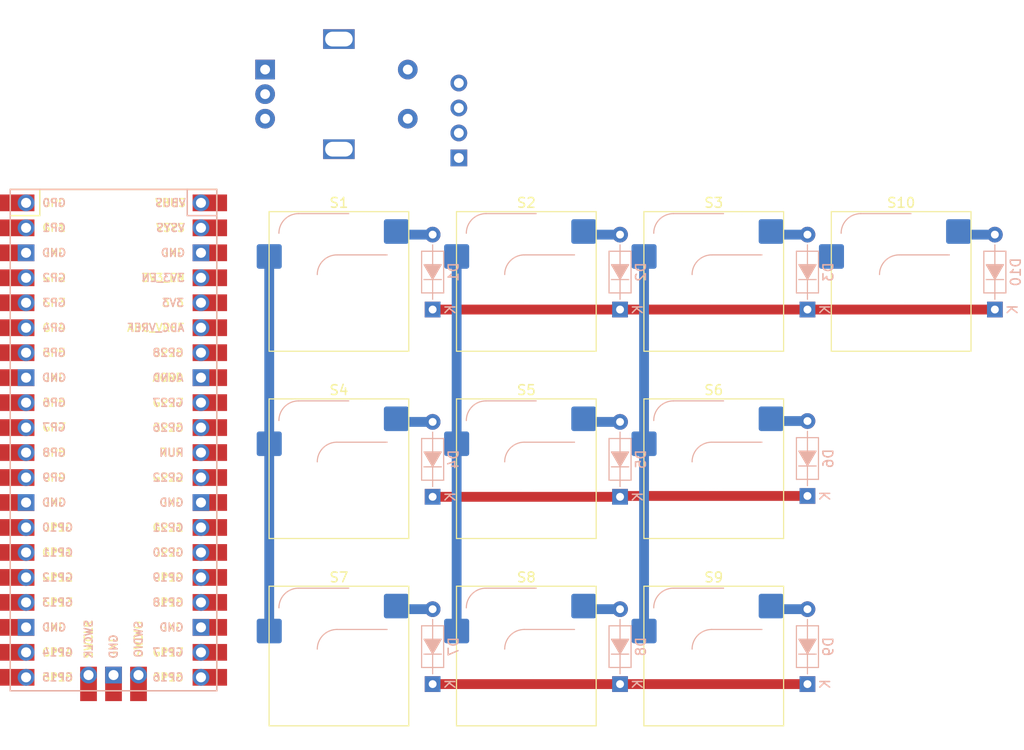
<source format=kicad_pcb>
(kicad_pcb (version 20241229) (generator "pcbnew") (generator_version "9.0")
  (layers (0 "F.Cu" signal) (2 "B.Cu" signal) (13 "F.Paste" user) (15 "B.Paste" user) (5 "F.SilkS" user "F.Silkscreen") (7 "B.SilkS" user "B.Silkscreen") (1 "F.Mask" user) (3 "B.Mask" user) (25 "Edge.Cuts" user))
  (net 0 "")
  (net 1 "/ROW0")
  (net 2 "Net-(D1-A)")
  (net 3 "Net-(D2-A)")
  (net 4 "Net-(D3-A)")
  (net 5 "Net-(D4-A)")
  (net 6 "/ROW1")
  (net 7 "Net-(D5-A)")
  (net 8 "Net-(D6-A)")
  (net 9 "/ROW2")
  (net 10 "Net-(D7-A)")
  (net 11 "Net-(D8-A)")
  (net 12 "Net-(D9-A)")
  (net 13 "Net-(D10-A)")
  (net 14 "/SCL")
  (net 15 "GND")
  (net 16 "/SDA")
  (net 17 "+3.3V")
  (net 18 "/COL0")
  (net 19 "/COL1")
  (net 20 "/COL2")
  (net 21 "/COL3")
  (net 22 "/ENC_B")
  (net 23 "/ENC_A")
  (net 24 "/ENC_SW")
  (footprint "ScottoKeebs_Hotswap:Hotswap_MX_1.00u" (layer "F.Cu") (at 61.9125 42.8625)
    (property "Reference" "S1" (at 0 -8 0) (layer "F.SilkS"))
    (property "Value" "Keyswitch")
    (pad "" np_thru_hole circle (at -5.08 0) (size 1.75 1.75) (drill 1.75) (layers "*.Cu" "*.Mask"))
    (pad "" np_thru_hole circle (at -3.81 -2.54) (size 3.05 3.05) (drill 3.05) (layers "*.Cu" "*.Mask"))
    (pad "" np_thru_hole circle (at 0 0) (size 4 4) (drill 4) (layers "*.Cu" "*.Mask"))
    (pad "" np_thru_hole circle (at 2.54 -5.08) (size 3.05 3.05) (drill 3.05) (layers "*.Cu" "*.Mask"))
    (pad "" np_thru_hole circle (at 5.08 0) (size 1.75 1.75) (drill 1.75) (layers "*.Cu" "*.Mask"))
    (pad "1" smd roundrect (at -7.085 -2.54) (size 2.55 2.5) (layers "B.Cu" "B.Mask" "B.Paste") (roundrect_rratio 0.1) (net 18 "/COL0"))
    (pad "2" smd roundrect (at 5.842 -5.08) (size 2.55 2.5) (layers "B.Cu" "B.Mask" "B.Paste") (roundrect_rratio 0.1) (net 2 "Net-(D1-A)"))
  )
  (footprint "ScottoKeebs_Hotswap:Hotswap_MX_1.00u" (layer "F.Cu") (at 80.9625 61.9125)
    (property "Reference" "S5" (at 0 -8 0) (layer "F.SilkS"))
    (property "Value" "Keyswitch")
    (pad "" np_thru_hole circle (at -5.08 0) (size 1.75 1.75) (drill 1.75) (layers "*.Cu" "*.Mask"))
    (pad "" np_thru_hole circle (at -3.81 -2.54) (size 3.05 3.05) (drill 3.05) (layers "*.Cu" "*.Mask"))
    (pad "" np_thru_hole circle (at 0 0) (size 4 4) (drill 4) (layers "*.Cu" "*.Mask"))
    (pad "" np_thru_hole circle (at 2.54 -5.08) (size 3.05 3.05) (drill 3.05) (layers "*.Cu" "*.Mask"))
    (pad "" np_thru_hole circle (at 5.08 0) (size 1.75 1.75) (drill 1.75) (layers "*.Cu" "*.Mask"))
    (pad "1" smd roundrect (at -7.085 -2.54) (size 2.55 2.5) (layers "B.Cu" "B.Mask" "B.Paste") (roundrect_rratio 0.1) (net 19 "/COL1"))
    (pad "2" smd roundrect (at 5.842 -5.08) (size 2.55 2.5) (layers "B.Cu" "B.Mask" "B.Paste") (roundrect_rratio 0.1) (net 7 "Net-(D5-A)"))
  )
  (footprint "ScottoKeebs_Hotswap:Hotswap_MX_1.00u" (layer "F.Cu") (at 61.9125 80.9625)
    (property "Reference" "S7" (at 0 -8 0) (layer "F.SilkS"))
    (property "Value" "Keyswitch")
    (pad "" np_thru_hole circle (at -5.08 0) (size 1.75 1.75) (drill 1.75) (layers "*.Cu" "*.Mask"))
    (pad "" np_thru_hole circle (at -3.81 -2.54) (size 3.05 3.05) (drill 3.05) (layers "*.Cu" "*.Mask"))
    (pad "" np_thru_hole circle (at 0 0) (size 4 4) (drill 4) (layers "*.Cu" "*.Mask"))
    (pad "" np_thru_hole circle (at 2.54 -5.08) (size 3.05 3.05) (drill 3.05) (layers "*.Cu" "*.Mask"))
    (pad "" np_thru_hole circle (at 5.08 0) (size 1.75 1.75) (drill 1.75) (layers "*.Cu" "*.Mask"))
    (pad "1" smd roundrect (at -7.085 -2.54) (size 2.55 2.5) (layers "B.Cu" "B.Mask" "B.Paste") (roundrect_rratio 0.1) (net 18 "/COL0"))
    (pad "2" smd roundrect (at 5.842 -5.08) (size 2.55 2.5) (layers "B.Cu" "B.Mask" "B.Paste") (roundrect_rratio 0.1) (net 10 "Net-(D7-A)"))
  )
  (footprint "ScottoKeebs_Scotto:Encoder_EC11_MX" (layer "F.Cu") (at 61.91 23.81)
    (property "Reference" "SW1" (hide yes))
    (property "Value" "RotaryEncoder_Switch" (hide yes))
    (pad "A" thru_hole rect (at -7.5 -2.5) (size 2 2) (drill 1) (layers "*.Cu" "*.Mask") (net 23 "/ENC_A"))
    (pad "B" thru_hole circle (at -7.5 2.5) (size 2 2) (drill 1) (layers "*.Cu" "*.Mask") (net 22 "/ENC_B"))
    (pad "C" thru_hole circle (at -7.5 0) (size 2 2) (drill 1) (layers "*.Cu" "*.Mask") (net 15 "GND"))
    (pad "MP" thru_hole rect (at 0 -5.6) (size 3.2 2) (drill oval 2.8 1.5) (layers "*.Cu" "*.Mask"))
    (pad "MP" thru_hole rect (at 0 5.6) (size 3.2 2) (drill oval 2.8 1.5) (layers "*.Cu" "*.Mask"))
    (pad "S1" thru_hole circle (at 7 2.5) (size 2 2) (drill 1) (layers "*.Cu" "*.Mask") (net 24 "/ENC_SW"))
    (pad "S2" thru_hole circle (at 7 -2.5) (size 2 2) (drill 1) (layers "*.Cu" "*.Mask") (net 15 "GND"))
  )
  (footprint "ScottoKeebs_Hotswap:Hotswap_MX_1.00u" (layer "F.Cu") (at 61.9125 61.9125)
    (property "Reference" "S4" (at 0 -8 0) (layer "F.SilkS"))
    (property "Value" "Keyswitch")
    (pad "" np_thru_hole circle (at -5.08 0) (size 1.75 1.75) (drill 1.75) (layers "*.Cu" "*.Mask"))
    (pad "" np_thru_hole circle (at -3.81 -2.54) (size 3.05 3.05) (drill 3.05) (layers "*.Cu" "*.Mask"))
    (pad "" np_thru_hole circle (at 0 0) (size 4 4) (drill 4) (layers "*.Cu" "*.Mask"))
    (pad "" np_thru_hole circle (at 2.54 -5.08) (size 3.05 3.05) (drill 3.05) (layers "*.Cu" "*.Mask"))
    (pad "" np_thru_hole circle (at 5.08 0) (size 1.75 1.75) (drill 1.75) (layers "*.Cu" "*.Mask"))
    (pad "1" smd roundrect (at -7.085 -2.54) (size 2.55 2.5) (layers "B.Cu" "B.Mask" "B.Paste") (roundrect_rratio 0.1) (net 18 "/COL0"))
    (pad "2" smd roundrect (at 5.842 -5.08) (size 2.55 2.5) (layers "B.Cu" "B.Mask" "B.Paste") (roundrect_rratio 0.1) (net 5 "Net-(D4-A)"))
  )
  (footprint "ScottoKeebs_Hotswap:Hotswap_MX_1.00u" (layer "F.Cu") (at 80.9625 80.9625)
    (property "Reference" "S8" (at 0 -8 0) (layer "F.SilkS"))
    (property "Value" "Keyswitch")
    (pad "" np_thru_hole circle (at -5.08 0) (size 1.75 1.75) (drill 1.75) (layers "*.Cu" "*.Mask"))
    (pad "" np_thru_hole circle (at -3.81 -2.54) (size 3.05 3.05) (drill 3.05) (layers "*.Cu" "*.Mask"))
    (pad "" np_thru_hole circle (at 0 0) (size 4 4) (drill 4) (layers "*.Cu" "*.Mask"))
    (pad "" np_thru_hole circle (at 2.54 -5.08) (size 3.05 3.05) (drill 3.05) (layers "*.Cu" "*.Mask"))
    (pad "" np_thru_hole circle (at 5.08 0) (size 1.75 1.75) (drill 1.75) (layers "*.Cu" "*.Mask"))
    (pad "1" smd roundrect (at -7.085 -2.54) (size 2.55 2.5) (layers "B.Cu" "B.Mask" "B.Paste") (roundrect_rratio 0.1) (net 19 "/COL1"))
    (pad "2" smd roundrect (at 5.842 -5.08) (size 2.55 2.5) (layers "B.Cu" "B.Mask" "B.Paste") (roundrect_rratio 0.1) (net 11 "Net-(D8-A)"))
  )
  (footprint "ScottoKeebs_MCU:Raspberry_Pi_Pico" (layer "F.Cu") (at 39 59)
    (property "Reference" "U1" (hide yes))
    (property "Value" "Raspberry_Pi_Pico" (hide yes))
    (fp_text user "GP5" (at -6.04 -8.89 0) (layer "F.SilkS") (effects (font (size 0.8 0.8))))
    (fp_text user "GP6" (at -6.04 -3.81 0) (layer "F.SilkS") (effects (font (size 0.8 0.8))))
    (fp_text user "GND" (at -6.04 19.05 0) (layer "F.SilkS") (effects (font (size 0.8 0.8))))
    (fp_text user "GP26" (at 5.54 -1.27 0) (layer "F.SilkS") (effects (font (size 0.8 0.8))))
    (fp_text user "SWCLK" (at -2.54 20.25 90) (layer "F.SilkS") (effects (font (size 0.8 0.8))))
    (fp_text user "GP0" (at -6.04 -24.13 0) (layer "F.SilkS") (effects (font (size 0.8 0.8))))
    (fp_text user "GP15" (at -5.69 24.13 0) (layer "F.SilkS") (effects (font (size 0.8 0.8))))
    (fp_text user "GP7" (at -6.04 -1.3 0) (layer "F.SilkS") (effects (font (size 0.8 0.8))))
    (fp_text user "GP13" (at -5.69 16.51 0) (layer "F.SilkS") (effects (font (size 0.8 0.8))))
    (fp_text user "3V3_EN" (at 5.04 -16.51 0) (layer "F.SilkS") (effects (font (size 0.8 0.8))))
    (fp_text user "GP11" (at -5.69 11.43 0) (layer "F.SilkS") (effects (font (size 0.8 0.8))))
    (fp_text user "GP8" (at -6.04 1.27 0) (layer "F.SilkS") (effects (font (size 0.8 0.8))))
    (fp_text user "GP9" (at -6.04 3.81 0) (layer "F.SilkS") (effects (font (size 0.8 0.8))))
    (fp_text user "VSYS" (at 5.79 -21.59 0) (layer "F.SilkS") (effects (font (size 0.8 0.8))))
    (fp_text user "GP20" (at 5.54 11.43 0) (layer "F.SilkS") (effects (font (size 0.8 0.8))))
    (fp_text user "GP21" (at 5.54 8.9 0) (layer "F.SilkS") (effects (font (size 0.8 0.8))))
    (fp_text user "AGND" (at 5.54 -6.35 0) (layer "F.SilkS") (effects (font (size 0.8 0.8))))
    (fp_text user "GP1" (at -6.04 -21.6 0) (layer "F.SilkS") (effects (font (size 0.8 0.8))))
    (fp_text user "GND" (at -6.04 6.35 0) (layer "F.SilkS") (effects (font (size 0.8 0.8))))
    (fp_text user "GND" (at 0 21 90) (layer "F.SilkS") (effects (font (size 0.8 0.8))))
    (fp_text user "GP17" (at 5.54 21.59 0) (layer "F.SilkS") (effects (font (size 0.8 0.8))))
    (fp_text user "GP19" (at 5.54 13.97 0) (layer "F.SilkS") (effects (font (size 0.8 0.8))))
    (fp_text user "GP2" (at -6.04 -16.51 0) (layer "F.SilkS") (effects (font (size 0.8 0.8))))
    (fp_text user "VBUS" (at 5.79 -24.13 0) (layer "F.SilkS") (effects (font (size 0.8 0.8))))
    (fp_text user "GND" (at -6.04 -6.35 0) (layer "F.SilkS") (effects (font (size 0.8 0.8))))
    (fp_text user "GP12" (at -5.69 13.97 0) (layer "F.SilkS") (effects (font (size 0.8 0.8))))
    (fp_text user "GP22" (at 5.54 3.81 0) (layer "F.SilkS") (effects (font (size 0.8 0.8))))
    (fp_text user "SWDIO" (at 2.54 20.25 90) (layer "F.SilkS") (effects (font (size 0.8 0.8))))
    (fp_text user "GP10" (at -5.69 8.89 0) (layer "F.SilkS") (effects (font (size 0.8 0.8))))
    (fp_text user "ADC_VREF" (at 4.29 -11.43 0) (layer "F.SilkS") (effects (font (size 0.8 0.8))))
    (fp_text user "GND" (at 6.04 -19.05 0) (layer "F.SilkS") (effects (font (size 0.8 0.8))))
    (fp_text user "GP18" (at 5.54 16.51 0) (layer "F.SilkS") (effects (font (size 0.8 0.8))))
    (fp_text user "RUN" (at 5.89 1.27 0) (layer "F.SilkS") (effects (font (size 0.8 0.8))))
    (fp_text user "GND" (at 5.89 19.05 0) (layer "F.SilkS") (effects (font (size 0.8 0.8))))
    (fp_text user "GP4" (at -6.04 -11.43 0) (layer "F.SilkS") (effects (font (size 0.8 0.8))))
    (fp_text user "GND" (at -6.04 -19.05 0) (layer "F.SilkS") (effects (font (size 0.8 0.8))))
    (fp_text user "GP28" (at 5.54 -8.89 0) (layer "F.SilkS") (effects (font (size 0.8 0.8))))
    (fp_text user "GND" (at 5.89 6.35 0) (layer "F.SilkS") (effects (font (size 0.8 0.8))))
    (fp_text user "GP3" (at -6.04 -13.97 0) (layer "F.SilkS") (effects (font (size 0.8 0.8))))
    (fp_text user "GP14" (at -5.69 21.59 0) (layer "F.SilkS") (effects (font (size 0.8 0.8))))
    (fp_text user "GP27" (at 5.54 -3.8 0) (layer "F.SilkS") (effects (font (size 0.8 0.8))))
    (fp_text user "3V3" (at 6.04 -13.97 0) (layer "F.SilkS") (effects (font (size 0.8 0.8))))
    (fp_text user "GP16" (at 5.54 24.13 0) (layer "F.SilkS") (effects (font (size 0.8 0.8))))
    (fp_text user "GP8" (at -6.04 1.27 0) (layer "B.SilkS") (effects (font (size 0.8 0.8)) (justify mirror)))
    (fp_text user "GP18" (at 5.54 16.51 0) (layer "B.SilkS") (effects (font (size 0.8 0.8)) (justify mirror)))
    (fp_text user "GP13" (at -5.69 16.51 0) (layer "B.SilkS") (effects (font (size 0.8 0.8)) (justify mirror)))
    (fp_text user "GP14" (at -5.69 21.59 0) (layer "B.SilkS") (effects (font (size 0.8 0.8)) (justify mirror)))
    (fp_text user "GP5" (at -6.04 -8.89 0) (layer "B.SilkS") (effects (font (size 0.8 0.8)) (justify mirror)))
    (fp_text user "GP11" (at -5.69 11.43 0) (layer "B.SilkS") (effects (font (size 0.8 0.8)) (justify mirror)))
    (fp_text user "3V3" (at 6.04 -13.97 0) (layer "B.SilkS") (effects (font (size 0.8 0.8)) (justify mirror)))
    (fp_text user "GP20" (at 5.54 11.43 0) (layer "B.SilkS") (effects (font (size 0.8 0.8)) (justify mirror)))
    (fp_text user "SWCLK" (at -2.54 20.25 90) (layer "B.SilkS") (effects (font (size 0.8 0.8)) (justify mirror)))
    (fp_text user "GP16" (at 5.54 24.13 0) (layer "B.SilkS") (effects (font (size 0.8 0.8)) (justify mirror)))
    (fp_text user "RUN" (at 5.89 1.27 0) (layer "B.SilkS") (effects (font (size 0.8 0.8)) (justify mirror)))
    (fp_text user "GND" (at -6.04 19.05 0) (layer "B.SilkS") (effects (font (size 0.8 0.8)) (justify mirror)))
    (fp_text user "SWDIO" (at 2.54 20.25 90) (layer "B.SilkS") (effects (font (size 0.8 0.8)) (justify mirror)))
    (fp_text user "GP6" (at -6.04 -3.81 0) (layer "B.SilkS") (effects (font (size 0.8 0.8)) (justify mirror)))
    (fp_text user "GP10" (at -5.69 8.89 0) (layer "B.SilkS") (effects (font (size 0.8 0.8)) (justify mirror)))
    (fp_text user "VSYS" (at 5.79 -21.59 0) (layer "B.SilkS") (effects (font (size 0.8 0.8)) (justify mirror)))
    (fp_text user "GND" (at 5.89 6.35 0) (layer "B.SilkS") (effects (font (size 0.8 0.8)) (justify mirror)))
    (fp_text user "GP17" (at 5.54 21.59 0) (layer "B.SilkS") (effects (font (size 0.8 0.8)) (justify mirror)))
    (fp_text user "GP9" (at -6.04 3.81 0) (layer "B.SilkS") (effects (font (size 0.8 0.8)) (justify mirror)))
    (fp_text user "GP2" (at -6.04 -16.51 0) (layer "B.SilkS") (effects (font (size 0.8 0.8)) (justify mirror)))
    (fp_text user "GP4" (at -6.04 -11.43 0) (layer "B.SilkS") (effects (font (size 0.8 0.8)) (justify mirror)))
    (fp_text user "GP21" (at 5.54 8.9 0) (layer "B.SilkS") (effects (font (size 0.8 0.8)) (justify mirror)))
    (fp_text user "GP19" (at 5.54 13.97 0) (layer "B.SilkS") (effects (font (size 0.8 0.8)) (justify mirror)))
    (fp_text user "GND" (at -6.04 -19.05 0) (layer "B.SilkS") (effects (font (size 0.8 0.8)) (justify mirror)))
    (fp_text user "GND" (at 0 21 90) (layer "B.SilkS") (effects (font (size 0.8 0.8)) (justify mirror)))
    (fp_text user "GP1" (at -6.04 -21.6 0) (layer "B.SilkS") (effects (font (size 0.8 0.8)) (justify mirror)))
    (fp_text user "GND" (at 6.04 -19.05 0) (layer "B.SilkS") (effects (font (size 0.8 0.8)) (justify mirror)))
    (fp_text user "GND" (at 5.89 19.05 0) (layer "B.SilkS") (effects (font (size 0.8 0.8)) (justify mirror)))
    (fp_text user "GND" (at -6.04 -6.35 0) (layer "B.SilkS") (effects (font (size 0.8 0.8)) (justify mirror)))
    (fp_text user "GP0" (at -6.04 -24.13 0) (layer "B.SilkS") (effects (font (size 0.8 0.8)) (justify mirror)))
    (fp_text user "GP12" (at -5.69 13.97 0) (layer "B.SilkS") (effects (font (size 0.8 0.8)) (justify mirror)))
    (fp_text user "3V3_EN" (at 5.04 -16.51 0) (layer "B.SilkS") (effects (font (size 0.8 0.8)) (justify mirror)))
    (fp_text user "GP7" (at -6.04 -1.3 0) (layer "B.SilkS") (effects (font (size 0.8 0.8)) (justify mirror)))
    (fp_text user "GP3" (at -6.04 -13.97 0) (layer "B.SilkS") (effects (font (size 0.8 0.8)) (justify mirror)))
    (fp_text user "AGND" (at 5.54 -6.35 0) (layer "B.SilkS") (effects (font (size 0.8 0.8)) (justify mirror)))
    (fp_text user "ADC_VREF" (at 4.29 -11.43 0) (layer "B.SilkS") (effects (font (size 0.8 0.8)) (justify mirror)))
    (fp_text user "GP22" (at 5.54 3.81 0) (layer "B.SilkS") (effects (font (size 0.8 0.8)) (justify mirror)))
    (fp_text user "GP15" (at -5.69 24.13 0) (layer "B.SilkS") (effects (font (size 0.8 0.8)) (justify mirror)))
    (fp_text user "VBUS" (at 5.79 -24.13 0) (layer "B.SilkS") (effects (font (size 0.8 0.8)) (justify mirror)))
    (fp_text user "GND" (at -6.04 6.35 0) (layer "B.SilkS") (effects (font (size 0.8 0.8)) (justify mirror)))
    (fp_text user "GP28" (at 5.54 -8.89 0) (layer "B.SilkS") (effects (font (size 0.8 0.8)) (justify mirror)))
    (fp_text user "GP27" (at 5.54 -3.8 0) (layer "B.SilkS") (effects (font (size 0.8 0.8)) (justify mirror)))
    (fp_text user "GP26" (at 5.54 -1.27 0) (layer "B.SilkS") (effects (font (size 0.8 0.8)) (justify mirror)))
    (pad "1" thru_hole oval (at -8.89 -24.13) (size 1.7 1.7) (drill 1.02) (layers "*.Cu" "*.Mask") (net 14 "/SCL"))
    (pad "1" smd rect (at -8.89 -24.13) (size 3.5 1.7) (drill (offset -0.9 0)) (layers "F.Cu" "F.Mask") (net 14 "/SCL"))
    (pad "2" thru_hole oval (at -8.89 -21.59) (size 1.7 1.7) (drill 1.02) (layers "*.Cu" "*.Mask") (net 16 "/SDA"))
    (pad "2" smd rect (at -8.89 -21.59) (size 3.5 1.7) (drill (offset -0.9 0)) (layers "F.Cu" "F.Mask") (net 16 "/SDA"))
    (pad "3" thru_hole rect (at -8.89 -19.05) (size 1.7 1.7) (drill 1.02) (layers "*.Cu" "*.Mask") (net 15 "GND"))
    (pad "3" smd rect (at -8.89 -19.05) (size 3.5 1.7) (drill (offset -0.9 0)) (layers "F.Cu" "F.Mask") (net 15 "GND"))
    (pad "4" thru_hole oval (at -8.89 -16.51) (size 1.7 1.7) (drill 1.02) (layers "*.Cu" "*.Mask") (net 18 "/COL0"))
    (pad "4" smd rect (at -8.89 -16.51) (size 3.5 1.7) (drill (offset -0.9 0)) (layers "F.Cu" "F.Mask") (net 18 "/COL0"))
    (pad "5" thru_hole oval (at -8.89 -13.97) (size 1.7 1.7) (drill 1.02) (layers "*.Cu" "*.Mask") (net 19 "/COL1"))
    (pad "5" smd rect (at -8.89 -13.97) (size 3.5 1.7) (drill (offset -0.9 0)) (layers "F.Cu" "F.Mask") (net 19 "/COL1"))
    (pad "6" thru_hole oval (at -8.89 -11.43) (size 1.7 1.7) (drill 1.02) (layers "*.Cu" "*.Mask") (net 20 "/COL2"))
    (pad "6" smd rect (at -8.89 -11.43) (size 3.5 1.7) (drill (offset -0.9 0)) (layers "F.Cu" "F.Mask") (net 20 "/COL2"))
    (pad "7" thru_hole oval (at -8.89 -8.89) (size 1.7 1.7) (drill 1.02) (layers "*.Cu" "*.Mask") (net 21 "/COL3"))
    (pad "7" smd rect (at -8.89 -8.89) (size 3.5 1.7) (drill (offset -0.9 0)) (layers "F.Cu" "F.Mask") (net 21 "/COL3"))
    (pad "8" thru_hole rect (at -8.89 -6.35) (size 1.7 1.7) (drill 1.02) (layers "*.Cu" "*.Mask") (net 15 "GND"))
    (pad "8" smd rect (at -8.89 -6.35) (size 3.5 1.7) (drill (offset -0.9 0)) (layers "F.Cu" "F.Mask") (net 15 "GND"))
    (pad "9" thru_hole oval (at -8.89 -3.81) (size 1.7 1.7) (drill 1.02) (layers "*.Cu" "*.Mask") (net 1 "/ROW0"))
    (pad "9" smd rect (at -8.89 -3.81) (size 3.5 1.7) (drill (offset -0.9 0)) (layers "F.Cu" "F.Mask") (net 1 "/ROW0"))
    (pad "10" thru_hole oval (at -8.89 -1.27) (size 1.7 1.7) (drill 1.02) (layers "*.Cu" "*.Mask") (net 6 "/ROW1"))
    (pad "10" smd rect (at -8.89 -1.27) (size 3.5 1.7) (drill (offset -0.9 0)) (layers "F.Cu" "F.Mask") (net 6 "/ROW1"))
    (pad "11" thru_hole oval (at -8.89 1.27) (size 1.7 1.7) (drill 1.02) (layers "*.Cu" "*.Mask") (net 9 "/ROW2"))
    (pad "11" smd rect (at -8.89 1.27) (size 3.5 1.7) (drill (offset -0.9 0)) (layers "F.Cu" "F.Mask") (net 9 "/ROW2"))
    (pad "12" thru_hole oval (at -8.89 3.81) (size 1.7 1.7) (drill 1.02) (layers "*.Cu" "*.Mask") (net 23 "/ENC_A"))
    (pad "12" smd rect (at -8.89 3.81) (size 3.5 1.7) (drill (offset -0.9 0)) (layers "F.Cu" "F.Mask") (net 23 "/ENC_A"))
    (pad "13" thru_hole rect (at -8.89 6.35) (size 1.7 1.7) (drill 1.02) (layers "*.Cu" "*.Mask") (net 15 "GND"))
    (pad "13" smd rect (at -8.89 6.35) (size 3.5 1.7) (drill (offset -0.9 0)) (layers "F.Cu" "F.Mask") (net 15 "GND"))
    (pad "14" thru_hole oval (at -8.89 8.89) (size 1.7 1.7) (drill 1.02) (layers "*.Cu" "*.Mask") (net 22 "/ENC_B"))
    (pad "14" smd rect (at -8.89 8.89) (size 3.5 1.7) (drill (offset -0.9 0)) (layers "F.Cu" "F.Mask") (net 22 "/ENC_B"))
    (pad "15" thru_hole oval (at -8.89 11.43) (size 1.7 1.7) (drill 1.02) (layers "*.Cu" "*.Mask") (net 24 "/ENC_SW"))
    (pad "15" smd rect (at -8.89 11.43) (size 3.5 1.7) (drill (offset -0.9 0)) (layers "F.Cu" "F.Mask") (net 24 "/ENC_SW"))
    (pad "16" thru_hole oval (at -8.89 13.97) (size 1.7 1.7) (drill 1.02) (layers "*.Cu" "*.Mask"))
    (pad "16" smd rect (at -8.89 13.97) (size 3.5 1.7) (drill (offset -0.9 0)) (layers "F.Cu" "F.Mask"))
    (pad "17" thru_hole oval (at -8.89 16.51) (size 1.7 1.7) (drill 1.02) (layers "*.Cu" "*.Mask"))
    (pad "17" smd rect (at -8.89 16.51) (size 3.5 1.7) (drill (offset -0.9 0)) (layers "F.Cu" "F.Mask"))
    (pad "18" thru_hole rect (at -8.89 19.05) (size 1.7 1.7) (drill 1.02) (layers "*.Cu" "*.Mask") (net 15 "GND"))
    (pad "18" smd rect (at -8.89 19.05) (size 3.5 1.7) (drill (offset -0.9 0)) (layers "F.Cu" "F.Mask") (net 15 "GND"))
    (pad "19" thru_hole oval (at -8.89 21.59) (size 1.7 1.7) (drill 1.02) (layers "*.Cu" "*.Mask"))
    (pad "19" smd rect (at -8.89 21.59) (size 3.5 1.7) (drill (offset -0.9 0)) (layers "F.Cu" "F.Mask"))
    (pad "20" thru_hole oval (at -8.89 24.13) (size 1.7 1.7) (drill 1.02) (layers "*.Cu" "*.Mask"))
    (pad "20" smd rect (at -8.89 24.13) (size 3.5 1.7) (drill (offset -0.9 0)) (layers "F.Cu" "F.Mask"))
    (pad "21" thru_hole oval (at 8.89 24.13) (size 1.7 1.7) (drill 1.02) (layers "*.Cu" "*.Mask"))
    (pad "21" smd rect (at 8.89 24.13) (size 3.5 1.7) (drill (offset 0.9 0)) (layers "F.Cu" "F.Mask"))
    (pad "22" thru_hole oval (at 8.89 21.59) (size 1.7 1.7) (drill 1.02) (layers "*.Cu" "*.Mask"))
    (pad "22" smd rect (at 8.89 21.59) (size 3.5 1.7) (drill (offset 0.9 0)) (layers "F.Cu" "F.Mask"))
    (pad "23" thru_hole rect (at 8.89 19.05) (size 1.7 1.7) (drill 1.02) (layers "*.Cu" "*.Mask") (net 15 "GND"))
    (pad "23" smd rect (at 8.89 19.05) (size 3.5 1.7) (drill (offset 0.9 0)) (layers "F.Cu" "F.Mask") (net 15 "GND"))
    (pad "24" thru_hole oval (at 8.89 16.51) (size 1.7 1.7) (drill 1.02) (layers "*.Cu" "*.Mask"))
    (pad "24" smd rect (at 8.89 16.51) (size 3.5 1.7) (drill (offset 0.9 0)) (layers "F.Cu" "F.Mask"))
    (pad "25" thru_hole oval (at 8.89 13.97) (size 1.7 1.7) (drill 1.02) (layers "*.Cu" "*.Mask"))
    (pad "25" smd rect (at 8.89 13.97) (size 3.5 1.7) (drill (offset 0.9 0)) (layers "F.Cu" "F.Mask"))
    (pad "26" thru_hole oval (at 8.89 11.43) (size 1.7 1.7) (drill 1.02) (layers "*.Cu" "*.Mask"))
    (pad "26" smd rect (at 8.89 11.43) (size 3.5 1.7) (drill (offset 0.9 0)) (layers "F.Cu" "F.Mask"))
    (pad "27" thru_hole oval (at 8.89 8.89) (size 1.7 1.7) (drill 1.02) (layers "*.Cu" "*.Mask"))
    (pad "27" smd rect (at 8.89 8.89) (size 3.5 1.7) (drill (offset 0.9 0)) (layers "F.Cu" "F.Mask"))
    (pad "28" thru_hole rect (at 8.89 6.35) (size 1.7 1.7) (drill 1.02) (layers "*.Cu" "*.Mask") (net 15 "GND"))
    (pad "28" smd rect (at 8.89 6.35) (size 3.5 1.7) (drill (offset 0.9 0)) (layers "F.Cu" "F.Mask") (net 15 "GND"))
    (pad "29" thru_hole oval (at 8.89 3.81) (size 1.7 1.7) (drill 1.02) (layers "*.Cu" "*.Mask"))
    (pad "29" smd rect (at 8.89 3.81) (size 3.5 1.7) (drill (offset 0.9 0)) (layers "F.Cu" "F.Mask"))
    (pad "30" thru_hole oval (at 8.89 1.27) (size 1.7 1.7) (drill 1.02) (layers "*.Cu" "*.Mask"))
    (pad "30" smd rect (at 8.89 1.27) (size 3.5 1.7) (drill (offset 0.9 0)) (layers "F.Cu" "F.Mask"))
    (pad "31" thru_hole oval (at 8.89 -1.27) (size 1.7 1.7) (drill 1.02) (layers "*.Cu" "*.Mask"))
    (pad "31" smd rect (at 8.89 -1.27) (size 3.5 1.7) (drill (offset 0.9 0)) (layers "F.Cu" "F.Mask"))
    (pad "32" thru_hole oval (at 8.89 -3.81) (size 1.7 1.7) (drill 1.02) (layers "*.Cu" "*.Mask"))
    (pad "32" smd rect (at 8.89 -3.81) (size 3.5 1.7) (drill (offset 0.9 0)) (layers "F.Cu" "F.Mask"))
    (pad "33" thru_hole rect (at 8.89 -6.35) (size 1.7 1.7) (drill 1.02) (layers "*.Cu" "*.Mask") (net 15 "GND"))
    (pad "33" smd rect (at 8.89 -6.35) (size 3.5 1.7) (drill (offset 0.9 0)) (layers "F.Cu" "F.Mask") (net 15 "GND"))
    (pad "34" thru_hole oval (at 8.89 -8.89) (size 1.7 1.7) (drill 1.02) (layers "*.Cu" "*.Mask"))
    (pad "34" smd rect (at 8.89 -8.89) (size 3.5 1.7) (drill (offset 0.9 0)) (layers "F.Cu" "F.Mask"))
    (pad "35" thru_hole oval (at 8.89 -11.43) (size 1.7 1.7) (drill 1.02) (layers "*.Cu" "*.Mask"))
    (pad "35" smd rect (at 8.89 -11.43) (size 3.5 1.7) (drill (offset 0.9 0)) (layers "F.Cu" "F.Mask"))
    (pad "36" thru_hole oval (at 8.89 -13.97) (size 1.7 1.7) (drill 1.02) (layers "*.Cu" "*.Mask") (net 17 "+3.3V"))
    (pad "36" smd rect (at 8.89 -13.97) (size 3.5 1.7) (drill (offset 0.9 0)) (layers "F.Cu" "F.Mask") (net 17 "+3.3V"))
    (pad "37" thru_hole oval (at 8.89 -16.51) (size 1.7 1.7) (drill 1.02) (layers "*.Cu" "*.Mask"))
    (pad "37" smd rect (at 8.89 -16.51) (size 3.5 1.7) (drill (offset 0.9 0)) (layers "F.Cu" "F.Mask"))
    (pad "38" thru_hole rect (at 8.89 -19.05) (size 1.7 1.7) (drill 1.02) (layers "*.Cu" "*.Mask") (net 15 "GND"))
    (pad "38" smd rect (at 8.89 -19.05) (size 3.5 1.7) (drill (offset 0.9 0)) (layers "F.Cu" "F.Mask") (net 15 "GND"))
    (pad "39" thru_hole oval (at 8.89 -21.59) (size 1.7 1.7) (drill 1.02) (layers "*.Cu" "*.Mask"))
    (pad "39" smd rect (at 8.89 -21.59) (size 3.5 1.7) (drill (offset 0.9 0)) (layers "F.Cu" "F.Mask"))
    (pad "40" thru_hole oval (at 8.89 -24.13) (size 1.7 1.7) (drill 1.02) (layers "*.Cu" "*.Mask"))
    (pad "40" smd rect (at 8.89 -24.13) (size 3.5 1.7) (drill (offset 0.9 0)) (layers "F.Cu" "F.Mask"))
    (pad "41" thru_hole oval (at -2.54 23.9) (size 1.7 1.7) (drill 1.02) (layers "*.Cu" "*.Mask"))
    (pad "41" smd rect (at -2.54 23.9 90) (size 3.5 1.7) (drill (offset -0.9 0)) (layers "F.Cu" "F.Mask"))
    (pad "42" thru_hole rect (at 0 23.9) (size 1.7 1.7) (drill 1.02) (layers "*.Cu" "*.Mask"))
    (pad "42" smd rect (at 0 23.9 90) (size 3.5 1.7) (drill (offset -0.9 0)) (layers "F.Cu" "F.Mask"))
    (pad "43" thru_hole oval (at 2.54 23.9) (size 1.7 1.7) (drill 1.02) (layers "*.Cu" "*.Mask"))
    (pad "43" smd rect (at 2.54 23.9 90) (size 3.5 1.7) (drill (offset -0.9 0)) (layers "F.Cu" "F.Mask"))
  )
  (footprint "ScottoKeebs_Hotswap:Hotswap_MX_1.00u" (layer "F.Cu") (at 119.0625 42.8625)
    (property "Reference" "S10" (at 0 -8 0) (layer "F.SilkS"))
    (property "Value" "Keyswitch")
    (pad "" np_thru_hole circle (at -5.08 0) (size 1.75 1.75) (drill 1.75) (layers "*.Cu" "*.Mask"))
    (pad "" np_thru_hole circle (at -3.81 -2.54) (size 3.05 3.05) (drill 3.05) (layers "*.Cu" "*.Mask"))
    (pad "" np_thru_hole circle (at 0 0) (size 4 4) (drill 4) (layers "*.Cu" "*.Mask"))
    (pad "" np_thru_hole circle (at 2.54 -5.08) (size 3.05 3.05) (drill 3.05) (layers "*.Cu" "*.Mask"))
    (pad "" np_thru_hole circle (at 5.08 0) (size 1.75 1.75) (drill 1.75) (layers "*.Cu" "*.Mask"))
    (pad "1" smd roundrect (at -7.085 -2.54) (size 2.55 2.5) (layers "B.Cu" "B.Mask" "B.Paste") (roundrect_rratio 0.1) (net 21 "/COL3"))
    (pad "2" smd roundrect (at 5.842 -5.08) (size 2.55 2.5) (layers "B.Cu" "B.Mask" "B.Paste") (roundrect_rratio 0.1) (net 13 "Net-(D10-A)"))
  )
  (footprint "ScottoKeebs_Components:OLED_128x32" (layer "F.Cu") (at 72.5 20.5)
    (property "Reference" "J1" (hide yes))
    (property "Value" "OLED_128x32")
    (pad "1" thru_hole rect (at 1.6 9.8 180) (size 1.7 1.7) (drill 1) (layers "*.Cu" "*.Mask") (net 15 "GND"))
    (pad "2" thru_hole oval (at 1.6 7.26 180) (size 1.7 1.7) (drill 1) (layers "*.Cu" "*.Mask") (net 17 "+3.3V"))
    (pad "3" thru_hole oval (at 1.6 4.72 180) (size 1.7 1.7) (drill 1) (layers "*.Cu" "*.Mask") (net 14 "/SCL"))
    (pad "4" thru_hole oval (at 1.6 2.18 180) (size 1.7 1.7) (drill 1) (layers "*.Cu" "*.Mask") (net 16 "/SDA"))
  )
  (footprint "ScottoKeebs_Hotswap:Hotswap_MX_1.00u" (layer "F.Cu") (at 100.0125 61.9125)
    (property "Reference" "S6" (at 0 -8 0) (layer "F.SilkS"))
    (property "Value" "Keyswitch")
    (pad "" np_thru_hole circle (at -5.08 0) (size 1.75 1.75) (drill 1.75) (layers "*.Cu" "*.Mask"))
    (pad "" np_thru_hole circle (at -3.81 -2.54) (size 3.05 3.05) (drill 3.05) (layers "*.Cu" "*.Mask"))
    (pad "" np_thru_hole circle (at 0 0) (size 4 4) (drill 4) (layers "*.Cu" "*.Mask"))
    (pad "" np_thru_hole circle (at 2.54 -5.08) (size 3.05 3.05) (drill 3.05) (layers "*.Cu" "*.Mask"))
    (pad "" np_thru_hole circle (at 5.08 0) (size 1.75 1.75) (drill 1.75) (layers "*.Cu" "*.Mask"))
    (pad "1" smd roundrect (at -7.085 -2.54) (size 2.55 2.5) (layers "B.Cu" "B.Mask" "B.Paste") (roundrect_rratio 0.1) (net 20 "/COL2"))
    (pad "2" smd roundrect (at 5.842 -5.08) (size 2.55 2.5) (layers "B.Cu" "B.Mask" "B.Paste") (roundrect_rratio 0.1) (net 8 "Net-(D6-A)"))
  )
  (footprint "ScottoKeebs_Hotswap:Hotswap_MX_1.00u" (layer "F.Cu") (at 80.9625 42.8625)
    (property "Reference" "S2" (at 0 -8 0) (layer "F.SilkS"))
    (property "Value" "Keyswitch")
    (pad "" np_thru_hole circle (at -5.08 0) (size 1.75 1.75) (drill 1.75) (layers "*.Cu" "*.Mask"))
    (pad "" np_thru_hole circle (at -3.81 -2.54) (size 3.05 3.05) (drill 3.05) (layers "*.Cu" "*.Mask"))
    (pad "" np_thru_hole circle (at 0 0) (size 4 4) (drill 4) (layers "*.Cu" "*.Mask"))
    (pad "" np_thru_hole circle (at 2.54 -5.08) (size 3.05 3.05) (drill 3.05) (layers "*.Cu" "*.Mask"))
    (pad "" np_thru_hole circle (at 5.08 0) (size 1.75 1.75) (drill 1.75) (layers "*.Cu" "*.Mask"))
    (pad "1" smd roundrect (at -7.085 -2.54) (size 2.55 2.5) (layers "B.Cu" "B.Mask" "B.Paste") (roundrect_rratio 0.1) (net 19 "/COL1"))
    (pad "2" smd roundrect (at 5.842 -5.08) (size 2.55 2.5) (layers "B.Cu" "B.Mask" "B.Paste") (roundrect_rratio 0.1) (net 3 "Net-(D2-A)"))
  )
  (footprint "ScottoKeebs_Hotswap:Hotswap_MX_1.00u" (layer "F.Cu") (at 100.0125 80.9625)
    (property "Reference" "S9" (at 0 -8 0) (layer "F.SilkS"))
    (property "Value" "Keyswitch")
    (pad "" np_thru_hole circle (at -5.08 0) (size 1.75 1.75) (drill 1.75) (layers "*.Cu" "*.Mask"))
    (pad "" np_thru_hole circle (at -3.81 -2.54) (size 3.05 3.05) (drill 3.05) (layers "*.Cu" "*.Mask"))
    (pad "" np_thru_hole circle (at 0 0) (size 4 4) (drill 4) (layers "*.Cu" "*.Mask"))
    (pad "" np_thru_hole circle (at 2.54 -5.08) (size 3.05 3.05) (drill 3.05) (layers "*.Cu" "*.Mask"))
    (pad "" np_thru_hole circle (at 5.08 0) (size 1.75 1.75) (drill 1.75) (layers "*.Cu" "*.Mask"))
    (pad "1" smd roundrect (at -7.085 -2.54) (size 2.55 2.5) (layers "B.Cu" "B.Mask" "B.Paste") (roundrect_rratio 0.1) (net 20 "/COL2"))
    (pad "2" smd roundrect (at 5.842 -5.08) (size 2.55 2.5) (layers "B.Cu" "B.Mask" "B.Paste") (roundrect_rratio 0.1) (net 12 "Net-(D9-A)"))
  )
  (footprint "ScottoKeebs_Hotswap:Hotswap_MX_1.00u" (layer "F.Cu") (at 100.0125 42.8625)
    (property "Reference" "S3" (at 0 -8 0) (layer "F.SilkS"))
    (property "Value" "Keyswitch")
    (pad "" np_thru_hole circle (at -5.08 0) (size 1.75 1.75) (drill 1.75) (layers "*.Cu" "*.Mask"))
    (pad "" np_thru_hole circle (at -3.81 -2.54) (size 3.05 3.05) (drill 3.05) (layers "*.Cu" "*.Mask"))
    (pad "" np_thru_hole circle (at 0 0) (size 4 4) (drill 4) (layers "*.Cu" "*.Mask"))
    (pad "" np_thru_hole circle (at 2.54 -5.08) (size 3.05 3.05) (drill 3.05) (layers "*.Cu" "*.Mask"))
    (pad "" np_thru_hole circle (at 5.08 0) (size 1.75 1.75) (drill 1.75) (layers "*.Cu" "*.Mask"))
    (pad "1" smd roundrect (at -7.085 -2.54) (size 2.55 2.5) (layers "B.Cu" "B.Mask" "B.Paste") (roundrect_rratio 0.1) (net 20 "/COL2"))
    (pad "2" smd roundrect (at 5.842 -5.08) (size 2.55 2.5) (layers "B.Cu" "B.Mask" "B.Paste") (roundrect_rratio 0.1) (net 4 "Net-(D3-A)"))
  )
  (footprint "PCM_Diode_THT_AKL:D_DO-35_SOD27_P7.62mm_Horizontal" (layer "B.Cu") (at 109.5375 45.72 90)
    (property "Reference" "D3" (at 3.81 2.12 90) (layer "B.SilkS") (effects (justify mirror)))
    (property "Value" "1N4148" (hide yes))
    (fp_text user "K" (at 0 1.8 90) (layer "B.SilkS") (effects (justify mirror)))
    (pad "1" thru_hole rect (at 0 0 90) (size 1.6 1.6) (drill 0.8) (layers "*.Cu" "*.Mask") (net 1 "/ROW0"))
    (pad "2" thru_hole oval (at 7.62 0 90) (size 1.6 1.6) (drill 0.8) (layers "*.Cu" "*.Mask") (net 4 "Net-(D3-A)"))
  )
  (footprint "PCM_Diode_THT_AKL:D_DO-35_SOD27_P7.62mm_Horizontal" (layer "B.Cu") (at 90.4875 83.82 90)
    (property "Reference" "D8" (at 3.81 2.12 90) (layer "B.SilkS") (effects (justify mirror)))
    (property "Value" "1N4148" (hide yes))
    (fp_text user "K" (at 0 1.8 90) (layer "B.SilkS") (effects (justify mirror)))
    (pad "1" thru_hole rect (at 0 0 90) (size 1.6 1.6) (drill 0.8) (layers "*.Cu" "*.Mask") (net 9 "/ROW2"))
    (pad "2" thru_hole oval (at 7.62 0 90) (size 1.6 1.6) (drill 0.8) (layers "*.Cu" "*.Mask") (net 11 "Net-(D8-A)"))
  )
  (footprint "PCM_Diode_THT_AKL:D_DO-35_SOD27_P7.62mm_Horizontal" (layer "B.Cu") (at 90.4875 45.72 90)
    (property "Reference" "D2" (at 3.81 2.12 90) (layer "B.SilkS") (effects (justify mirror)))
    (property "Value" "1N4148" (hide yes))
    (fp_text user "K" (at 0 1.8 90) (layer "B.SilkS") (effects (justify mirror)))
    (pad "1" thru_hole rect (at 0 0 90) (size 1.6 1.6) (drill 0.8) (layers "*.Cu" "*.Mask") (net 1 "/ROW0"))
    (pad "2" thru_hole oval (at 7.62 0 90) (size 1.6 1.6) (drill 0.8) (layers "*.Cu" "*.Mask") (net 3 "Net-(D2-A)"))
  )
  (footprint "PCM_Diode_THT_AKL:D_DO-35_SOD27_P7.62mm_Horizontal" (layer "B.Cu") (at 109.5375 64.6825 90)
    (property "Reference" "D6" (at 3.81 2.12 90) (layer "B.SilkS") (effects (justify mirror)))
    (property "Value" "1N4148" (hide yes))
    (fp_text user "K" (at 0 1.8 90) (layer "B.SilkS") (effects (justify mirror)))
    (pad "1" thru_hole rect (at 0 0 90) (size 1.6 1.6) (drill 0.8) (layers "*.Cu" "*.Mask") (net 6 "/ROW1"))
    (pad "2" thru_hole oval (at 7.62 0 90) (size 1.6 1.6) (drill 0.8) (layers "*.Cu" "*.Mask") (net 8 "Net-(D6-A)"))
  )
  (footprint "PCM_Diode_THT_AKL:D_DO-35_SOD27_P7.62mm_Horizontal" (layer "B.Cu") (at 109.5375 83.82 90)
    (property "Reference" "D9" (at 3.81 2.12 90) (layer "B.SilkS") (effects (justify mirror)))
    (property "Value" "1N4148" (hide yes))
    (fp_text user "K" (at 0 1.8 90) (layer "B.SilkS") (effects (justify mirror)))
    (pad "1" thru_hole rect (at 0 0 90) (size 1.6 1.6) (drill 0.8) (layers "*.Cu" "*.Mask") (net 9 "/ROW2"))
    (pad "2" thru_hole oval (at 7.62 0 90) (size 1.6 1.6) (drill 0.8) (layers "*.Cu" "*.Mask") (net 12 "Net-(D9-A)"))
  )
  (footprint "PCM_Diode_THT_AKL:D_DO-35_SOD27_P7.62mm_Horizontal" (layer "B.Cu") (at 90.4875 64.77 90)
    (property "Reference" "D5" (at 3.81 2.12 90) (layer "B.SilkS") (effects (justify mirror)))
    (property "Value" "1N4148" (hide yes))
    (fp_text user "K" (at 0 1.8 90) (layer "B.SilkS") (effects (justify mirror)))
    (pad "1" thru_hole rect (at 0 0 90) (size 1.6 1.6) (drill 0.8) (layers "*.Cu" "*.Mask") (net 6 "/ROW1"))
    (pad "2" thru_hole oval (at 7.62 0 90) (size 1.6 1.6) (drill 0.8) (layers "*.Cu" "*.Mask") (net 7 "Net-(D5-A)"))
  )
  (footprint "PCM_Diode_THT_AKL:D_DO-35_SOD27_P7.62mm_Horizontal" (layer "B.Cu") (at 128.5875 45.72 90)
    (property "Reference" "D10" (at 3.81 2.12 90) (layer "B.SilkS") (effects (justify mirror)))
    (property "Value" "1N4148" (hide yes))
    (fp_text user "K" (at 0 1.8 90) (layer "B.SilkS") (effects (justify mirror)))
    (pad "1" thru_hole rect (at 0 0 90) (size 1.6 1.6) (drill 0.8) (layers "*.Cu" "*.Mask") (net 1 "/ROW0"))
    (pad "2" thru_hole oval (at 7.62 0 90) (size 1.6 1.6) (drill 0.8) (layers "*.Cu" "*.Mask") (net 13 "Net-(D10-A)"))
  )
  (footprint "PCM_Diode_THT_AKL:D_DO-35_SOD27_P7.62mm_Horizontal" (layer "B.Cu") (at 71.4375 83.82 90)
    (property "Reference" "D7" (at 3.81 2.12 90) (layer "B.SilkS") (effects (justify mirror)))
    (property "Value" "1N4148" (hide yes))
    (fp_text user "K" (at 0 1.8 90) (layer "B.SilkS") (effects (justify mirror)))
    (pad "1" thru_hole rect (at 0 0 90) (size 1.6 1.6) (drill 0.8) (layers "*.Cu" "*.Mask") (net 9 "/ROW2"))
    (pad "2" thru_hole oval (at 7.62 0 90) (size 1.6 1.6) (drill 0.8) (layers "*.Cu" "*.Mask") (net 10 "Net-(D7-A)"))
  )
  (footprint "PCM_Diode_THT_AKL:D_DO-35_SOD27_P7.62mm_Horizontal" (layer "B.Cu") (at 71.4375 45.72 90)
    (property "Reference" "D1" (at 3.81 2.12 90) (layer "B.SilkS") (effects (justify mirror)))
    (property "Value" "1N4148" (hide yes))
    (fp_text user "K" (at 0 1.8 90) (layer "B.SilkS") (effects (justify mirror)))
    (pad "1" thru_hole rect (at 0 0 90) (size 1.6 1.6) (drill 0.8) (layers "*.Cu" "*.Mask") (net 1 "/ROW0"))
    (pad "2" thru_hole oval (at 7.62 0 90) (size 1.6 1.6) (drill 0.8) (layers "*.Cu" "*.Mask") (net 2 "Net-(D1-A)"))
  )
  (footprint "PCM_Diode_THT_AKL:D_DO-35_SOD27_P7.62mm_Horizontal" (layer "B.Cu") (at 71.4375 64.77 90)
    (property "Reference" "D4" (at 3.81 2.12 90) (layer "B.SilkS") (effects (justify mirror)))
    (property "Value" "1N4148" (hide yes))
    (fp_text user "K" (at 0 1.8 90) (layer "B.SilkS") (effects (justify mirror)))
    (pad "1" thru_hole rect (at 0 0 90) (size 1.6 1.6) (drill 0.8) (layers "*.Cu" "*.Mask") (net 6 "/ROW1"))
    (pad "2" thru_hole oval (at 7.62 0 90) (size 1.6 1.6) (drill 0.8) (layers "*.Cu" "*.Mask") (net 5 "Net-(D4-A)"))
  )
  (segment (start 71.4375 45.72) (end 90.4875 45.72) (width 1) (layer "F.Cu") (net 1))
  (segment (start 90.4875 45.72) (end 109.5375 45.72) (width 1) (layer "F.Cu") (net 1))
  (segment (start 109.5375 45.72) (end 128.5875 45.72) (width 1) (layer "F.Cu") (net 1))
  (segment (start 68.072 38.1) (end 67.7545 37.7825) (width 1) (layer "B.Cu") (net 2))
  (segment (start 71.4375 38.1) (end 68.072 38.1) (width 1) (layer "B.Cu") (net 2))
  (segment (start 90.4875 38.1) (end 87.122 38.1) (width 1) (layer "B.Cu") (net 3))
  (segment (start 87.122 38.1) (end 86.8045 37.7825) (width 1) (layer "B.Cu") (net 3))
  (segment (start 106.172 38.1) (end 105.8545 37.7825) (width 1) (layer "B.Cu") (net 4))
  (segment (start 109.5375 38.1) (end 106.172 38.1) (width 1) (layer "B.Cu") (net 4))
  (segment (start 68.072 57.15) (end 67.7545 56.8325) (width 1) (layer "B.Cu") (net 5))
  (segment (start 71.4375 57.15) (end 68.072 57.15) (width 1) (layer "B.Cu") (net 5))
  (segment (start 90.4875 64.77) (end 71.4375 64.77) (width 1) (layer "F.Cu") (net 6))
  (segment (start 90.575 64.6825) (end 90.4875 64.77) (width 1) (layer "F.Cu") (net 6))
  (segment (start 109.5375 64.6825) (end 90.575 64.6825) (width 1) (layer "F.Cu") (net 6))
  (segment (start 90.4875 57.15) (end 87.122 57.15) (width 1) (layer "B.Cu") (net 7))
  (segment (start 87.122 57.15) (end 86.8045 56.8325) (width 1) (layer "B.Cu") (net 7))
  (segment (start 109.5375 57.0625) (end 106.0845 57.0625) (width 1) (layer "B.Cu") (net 8))
  (segment (start 106.0845 57.0625) (end 105.8545 56.8325) (width 1) (layer "B.Cu") (net 8))
  (segment (start 90.4875 83.82) (end 109.5375 83.82) (width 1) (layer "F.Cu") (net 9))
  (segment (start 71.4375 83.82) (end 90.4875 83.82) (width 1) (layer "F.Cu") (net 9))
  (segment (start 68.072 76.2) (end 67.7545 75.8825) (width 1) (layer "B.Cu") (net 10))
  (segment (start 71.4375 76.2) (end 68.072 76.2) (width 1) (layer "B.Cu") (net 10))
  (segment (start 90.4875 76.2) (end 87.122 76.2) (width 1) (layer "B.Cu") (net 11))
  (segment (start 87.122 76.2) (end 86.8045 75.8825) (width 1) (layer "B.Cu") (net 11))
  (segment (start 109.5375 76.2) (end 106.172 76.2) (width 1) (layer "B.Cu") (net 12))
  (segment (start 106.172 76.2) (end 105.8545 75.8825) (width 1) (layer "B.Cu") (net 12))
  (segment (start 128.5875 38.1) (end 125.222 38.1) (width 1) (layer "B.Cu") (net 13))
  (segment (start 125.222 38.1) (end 124.9045 37.7825) (width 1) (layer "B.Cu") (net 13))
  (segment (start 54.8275 40.3225) (end 54.8275 78.4225) (width 1) (layer "B.Cu") (net 18))
  (segment (start 73.8775 59.3725) (end 73.8775 40.3225) (width 1) (layer "B.Cu") (net 19))
  (segment (start 73.8775 78.4225) (end 73.8775 59.3725) (width 1) (layer "B.Cu") (net 19))
  (segment (start 92.9275 59.3725) (end 92.9275 78.4225) (width 1) (layer "B.Cu") (net 20))
  (segment (start 92.9275 40.3225) (end 92.9275 59.3725) (width 1) (layer "B.Cu") (net 20))
)
</source>
